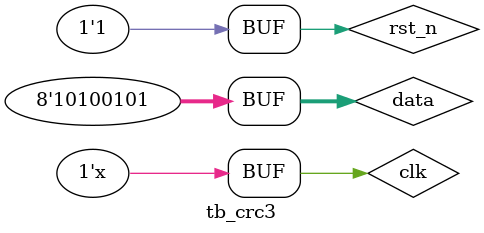
<source format=v>
`timescale		1ns/1ps
module tb_crc3();// Inputsreg
reg			  clk;
reg [7:0] data;
reg rst_n;
wire [15:0] crc;

crc3	 crc3_inst (
.clk		(clk), 
.data		(data), 
.rst_n	(rst_n), 
.crc		(crc)
);


initial
begin
clk=0;
end

initial
begin
rst_n=0;
data=8'b0;
#1000;
data=8'b10110110;
rst_n=1;
#50;
rst_n=0;
#50;
rst_n=1;

#1000;
data=8'b11001100;
rst_n=1;
#50;
rst_n=0;
#50;
rst_n=1;

#1000;
data=8'b10110011;
rst_n=1;
#50;
rst_n=0;
#50;
rst_n=1;

#1000;
data=8'b10100101;
rst_n=1;
#50;
rst_n=0;
#50;
rst_n=1;
end



      always #10 clk=~clk;
endmodule

                                                                                                                                                                                                                               
                                                                                                                                                                                                                               
</source>
